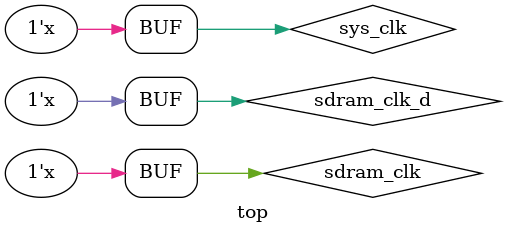
<source format=sv>
parameter P_SYS = 10;     //    200MHz
parameter P_SDR = 20;     //    100MHz

module top();
 
  logic sdram_clk;
  logic sys_clk;

  initial sys_clk = 0;
  initial sdram_clk = 0;
  
  always #(P_SYS/2) sys_clk = !sys_clk;
  always #(P_SDR/2) sdram_clk = !sdram_clk;

  // to fix the sdram interface timing issue
  wire #(2.0) sdram_clk_d   = sdram_clk;
  
  // Interfaces
  intf_wb intf(sys_clk, sdram_clk);
  
  // DUT connection	
  sdrc_top #(.SDR_DW(32),.SDR_BW(4)) u_dut(
    .cfg_sdr_width(2'b00),
    .cfg_colbits(2'b00), 
    
// WB bus
    .wb_rst_i(!intf.RESETN),
    .wb_clk_i(intf.sys_clk),
    
    .wb_stb_i(intf.wb_stb_i),
    .wb_ack_o(intf.wb_ack_o),
    .wb_addr_i(intf.wb_addr_i),
    .wb_we_i(intf.wb_we_i),
	.wb_dat_i(intf.wb_dat_i),
	.wb_sel_i(intf.wb_sel_i),
	.wb_dat_o(intf.wb_dat_o),
	.wb_cyc_i(intf.wb_cyc_i),
    .wb_cti_i(intf.wb_cti_i),
    
/* Interface to SDRAMs */
    .sdram_clk(intf.sdram_clk),
    .sdram_resetn(intf.RESETN),

    .sdr_cs_n(intf.sdr_cs_n),
	.sdr_cke(intf.sdr_cke),
	.sdr_ras_n(intf.sdr_ras_n),
	.sdr_cas_n(intf.sdr_cas_n),
	.sdr_we_n(intf.sdr_we_n),
    
	.sdr_dqm(intf.sdr_dqm),
	.sdr_ba(intf.sdr_ba),
	.sdr_addr(intf.sdr_addr),
    .sdr_dq(intf.sdr_dq),
    
/* Parameters */  // FROM GIT tb_top.sv line 158 
  .sdr_init_done      (intf.sdr_init_done),
	.cfg_req_depth      (intf.Req_Depth),
	.cfg_sdr_en         (intf.SDR_Enable),
	.cfg_sdr_mode_reg   (intf.SDR_Mode_Reg),
	.cfg_sdr_tras_d     (intf.SDR_tras_d),
	.cfg_sdr_trp_d      (intf.SDR_trp_d),
	.cfg_sdr_trcd_d     (intf.SDR_trcd_d),
	.cfg_sdr_cas        (intf.SDR_cas),
	.cfg_sdr_trcar_d    (intf.SDR_trcar_d),
	.cfg_sdr_twr_d      (intf.SDR_twr_d),
	.cfg_sdr_rfsh       (intf.SDR_rf_sh),
	.cfg_sdr_rfmax      (intf.SDR_rf_max)
  );

    mt48lc2m32b2 #(.data_bits(32)) u_sdram32 (
      	  .Dq(intf.sdr_dq) ,  
      	  .Addr(intf.sdr_addr[10:0]), 
          .Ba(intf.sdr_ba), 
          .Clk(sdram_clk_d), 
          .Cke(intf.sdr_cke), 
          .Cs_n(intf.sdr_cs_n), 
          .Ras_n(intf.sdr_ras_n), 
          .Cas_n(intf.sdr_cas_n), 
          .We_n(intf.sdr_we_n), 
          .Dqm(intf.sdr_dqm)
    
     );

  initial begin
    $display("Inicio!");
    $dumpfile("dump.vcd");
    $dumpvars(0);
    
  end  

  //Test case
  
	testcase test(intf);

endmodule

</source>
